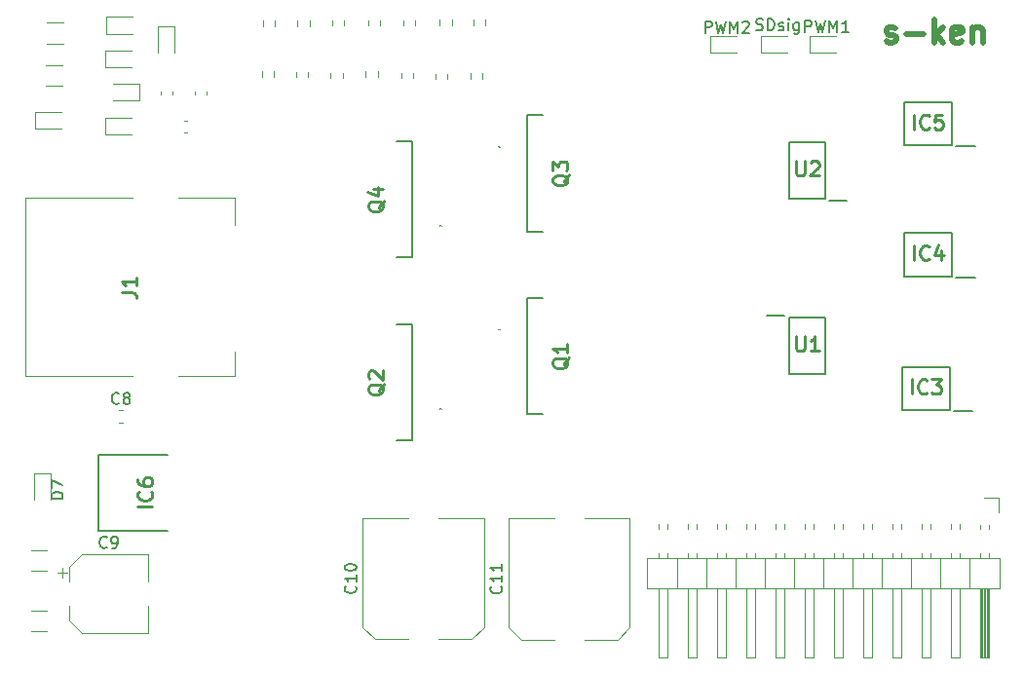
<source format=gbr>
%TF.GenerationSoftware,KiCad,Pcbnew,(7.0.0)*%
%TF.CreationDate,2023-02-15T20:10:10+09:00*%
%TF.ProjectId,_____,618744ac-c12e-46b6-9963-61645f706362,rev?*%
%TF.SameCoordinates,Original*%
%TF.FileFunction,Legend,Top*%
%TF.FilePolarity,Positive*%
%FSLAX46Y46*%
G04 Gerber Fmt 4.6, Leading zero omitted, Abs format (unit mm)*
G04 Created by KiCad (PCBNEW (7.0.0)) date 2023-02-15 20:10:10*
%MOMM*%
%LPD*%
G01*
G04 APERTURE LIST*
%ADD10C,0.500000*%
%ADD11C,0.254000*%
%ADD12C,0.150000*%
%ADD13C,0.120000*%
%ADD14C,0.200000*%
%ADD15C,0.100000*%
G04 APERTURE END LIST*
D10*
X101211904Y-38949523D02*
X101402380Y-39044761D01*
X101402380Y-39044761D02*
X101783332Y-39044761D01*
X101783332Y-39044761D02*
X101973809Y-38949523D01*
X101973809Y-38949523D02*
X102069047Y-38759047D01*
X102069047Y-38759047D02*
X102069047Y-38663809D01*
X102069047Y-38663809D02*
X101973809Y-38473333D01*
X101973809Y-38473333D02*
X101783332Y-38378095D01*
X101783332Y-38378095D02*
X101497618Y-38378095D01*
X101497618Y-38378095D02*
X101307142Y-38282857D01*
X101307142Y-38282857D02*
X101211904Y-38092380D01*
X101211904Y-38092380D02*
X101211904Y-37997142D01*
X101211904Y-37997142D02*
X101307142Y-37806666D01*
X101307142Y-37806666D02*
X101497618Y-37711428D01*
X101497618Y-37711428D02*
X101783332Y-37711428D01*
X101783332Y-37711428D02*
X101973809Y-37806666D01*
X102926190Y-38282857D02*
X104450000Y-38282857D01*
X105402380Y-39044761D02*
X105402380Y-37044761D01*
X105592856Y-38282857D02*
X106164285Y-39044761D01*
X106164285Y-37711428D02*
X105402380Y-38473333D01*
X107783333Y-38949523D02*
X107592857Y-39044761D01*
X107592857Y-39044761D02*
X107211904Y-39044761D01*
X107211904Y-39044761D02*
X107021428Y-38949523D01*
X107021428Y-38949523D02*
X106926190Y-38759047D01*
X106926190Y-38759047D02*
X106926190Y-37997142D01*
X106926190Y-37997142D02*
X107021428Y-37806666D01*
X107021428Y-37806666D02*
X107211904Y-37711428D01*
X107211904Y-37711428D02*
X107592857Y-37711428D01*
X107592857Y-37711428D02*
X107783333Y-37806666D01*
X107783333Y-37806666D02*
X107878571Y-37997142D01*
X107878571Y-37997142D02*
X107878571Y-38187619D01*
X107878571Y-38187619D02*
X106926190Y-38378095D01*
X108735714Y-37711428D02*
X108735714Y-39044761D01*
X108735714Y-37901904D02*
X108830952Y-37806666D01*
X108830952Y-37806666D02*
X109021428Y-37711428D01*
X109021428Y-37711428D02*
X109307143Y-37711428D01*
X109307143Y-37711428D02*
X109497619Y-37806666D01*
X109497619Y-37806666D02*
X109592857Y-37997142D01*
X109592857Y-37997142D02*
X109592857Y-39044761D01*
D11*
%TO.C,Q3*%
X73632526Y-50540952D02*
X73572050Y-50661904D01*
X73572050Y-50661904D02*
X73451097Y-50782857D01*
X73451097Y-50782857D02*
X73269669Y-50964285D01*
X73269669Y-50964285D02*
X73209192Y-51085238D01*
X73209192Y-51085238D02*
X73209192Y-51206190D01*
X73511573Y-51145714D02*
X73451097Y-51266666D01*
X73451097Y-51266666D02*
X73330145Y-51387619D01*
X73330145Y-51387619D02*
X73088240Y-51448095D01*
X73088240Y-51448095D02*
X72664907Y-51448095D01*
X72664907Y-51448095D02*
X72423002Y-51387619D01*
X72423002Y-51387619D02*
X72302050Y-51266666D01*
X72302050Y-51266666D02*
X72241573Y-51145714D01*
X72241573Y-51145714D02*
X72241573Y-50903809D01*
X72241573Y-50903809D02*
X72302050Y-50782857D01*
X72302050Y-50782857D02*
X72423002Y-50661904D01*
X72423002Y-50661904D02*
X72664907Y-50601428D01*
X72664907Y-50601428D02*
X73088240Y-50601428D01*
X73088240Y-50601428D02*
X73330145Y-50661904D01*
X73330145Y-50661904D02*
X73451097Y-50782857D01*
X73451097Y-50782857D02*
X73511573Y-50903809D01*
X73511573Y-50903809D02*
X73511573Y-51145714D01*
X72241573Y-50178095D02*
X72241573Y-49391904D01*
X72241573Y-49391904D02*
X72725383Y-49815238D01*
X72725383Y-49815238D02*
X72725383Y-49633809D01*
X72725383Y-49633809D02*
X72785859Y-49512857D01*
X72785859Y-49512857D02*
X72846335Y-49452381D01*
X72846335Y-49452381D02*
X72967288Y-49391904D01*
X72967288Y-49391904D02*
X73269669Y-49391904D01*
X73269669Y-49391904D02*
X73390621Y-49452381D01*
X73390621Y-49452381D02*
X73451097Y-49512857D01*
X73451097Y-49512857D02*
X73511573Y-49633809D01*
X73511573Y-49633809D02*
X73511573Y-49996666D01*
X73511573Y-49996666D02*
X73451097Y-50117619D01*
X73451097Y-50117619D02*
X73390621Y-50178095D01*
%TO.C,IC3*%
X103420237Y-69591573D02*
X103420237Y-68321573D01*
X104750714Y-69470621D02*
X104690238Y-69531097D01*
X104690238Y-69531097D02*
X104508809Y-69591573D01*
X104508809Y-69591573D02*
X104387857Y-69591573D01*
X104387857Y-69591573D02*
X104206428Y-69531097D01*
X104206428Y-69531097D02*
X104085476Y-69410145D01*
X104085476Y-69410145D02*
X104024999Y-69289192D01*
X104024999Y-69289192D02*
X103964523Y-69047288D01*
X103964523Y-69047288D02*
X103964523Y-68865859D01*
X103964523Y-68865859D02*
X104024999Y-68623954D01*
X104024999Y-68623954D02*
X104085476Y-68503002D01*
X104085476Y-68503002D02*
X104206428Y-68382050D01*
X104206428Y-68382050D02*
X104387857Y-68321573D01*
X104387857Y-68321573D02*
X104508809Y-68321573D01*
X104508809Y-68321573D02*
X104690238Y-68382050D01*
X104690238Y-68382050D02*
X104750714Y-68442526D01*
X105174047Y-68321573D02*
X105960238Y-68321573D01*
X105960238Y-68321573D02*
X105536904Y-68805383D01*
X105536904Y-68805383D02*
X105718333Y-68805383D01*
X105718333Y-68805383D02*
X105839285Y-68865859D01*
X105839285Y-68865859D02*
X105899761Y-68926335D01*
X105899761Y-68926335D02*
X105960238Y-69047288D01*
X105960238Y-69047288D02*
X105960238Y-69349669D01*
X105960238Y-69349669D02*
X105899761Y-69470621D01*
X105899761Y-69470621D02*
X105839285Y-69531097D01*
X105839285Y-69531097D02*
X105718333Y-69591573D01*
X105718333Y-69591573D02*
X105355476Y-69591573D01*
X105355476Y-69591573D02*
X105234523Y-69531097D01*
X105234523Y-69531097D02*
X105174047Y-69470621D01*
%TO.C,IC6*%
X37426573Y-79409762D02*
X36156573Y-79409762D01*
X37305621Y-78079285D02*
X37366097Y-78139761D01*
X37366097Y-78139761D02*
X37426573Y-78321190D01*
X37426573Y-78321190D02*
X37426573Y-78442142D01*
X37426573Y-78442142D02*
X37366097Y-78623571D01*
X37366097Y-78623571D02*
X37245145Y-78744523D01*
X37245145Y-78744523D02*
X37124192Y-78805000D01*
X37124192Y-78805000D02*
X36882288Y-78865476D01*
X36882288Y-78865476D02*
X36700859Y-78865476D01*
X36700859Y-78865476D02*
X36458954Y-78805000D01*
X36458954Y-78805000D02*
X36338002Y-78744523D01*
X36338002Y-78744523D02*
X36217050Y-78623571D01*
X36217050Y-78623571D02*
X36156573Y-78442142D01*
X36156573Y-78442142D02*
X36156573Y-78321190D01*
X36156573Y-78321190D02*
X36217050Y-78139761D01*
X36217050Y-78139761D02*
X36277526Y-78079285D01*
X36156573Y-76990714D02*
X36156573Y-77232619D01*
X36156573Y-77232619D02*
X36217050Y-77353571D01*
X36217050Y-77353571D02*
X36277526Y-77414047D01*
X36277526Y-77414047D02*
X36458954Y-77535000D01*
X36458954Y-77535000D02*
X36700859Y-77595476D01*
X36700859Y-77595476D02*
X37184669Y-77595476D01*
X37184669Y-77595476D02*
X37305621Y-77535000D01*
X37305621Y-77535000D02*
X37366097Y-77474523D01*
X37366097Y-77474523D02*
X37426573Y-77353571D01*
X37426573Y-77353571D02*
X37426573Y-77111666D01*
X37426573Y-77111666D02*
X37366097Y-76990714D01*
X37366097Y-76990714D02*
X37305621Y-76930238D01*
X37305621Y-76930238D02*
X37184669Y-76869761D01*
X37184669Y-76869761D02*
X36882288Y-76869761D01*
X36882288Y-76869761D02*
X36761335Y-76930238D01*
X36761335Y-76930238D02*
X36700859Y-76990714D01*
X36700859Y-76990714D02*
X36640383Y-77111666D01*
X36640383Y-77111666D02*
X36640383Y-77353571D01*
X36640383Y-77353571D02*
X36700859Y-77474523D01*
X36700859Y-77474523D02*
X36761335Y-77535000D01*
X36761335Y-77535000D02*
X36882288Y-77595476D01*
%TO.C,IC4*%
X103605237Y-57966573D02*
X103605237Y-56696573D01*
X104935714Y-57845621D02*
X104875238Y-57906097D01*
X104875238Y-57906097D02*
X104693809Y-57966573D01*
X104693809Y-57966573D02*
X104572857Y-57966573D01*
X104572857Y-57966573D02*
X104391428Y-57906097D01*
X104391428Y-57906097D02*
X104270476Y-57785145D01*
X104270476Y-57785145D02*
X104209999Y-57664192D01*
X104209999Y-57664192D02*
X104149523Y-57422288D01*
X104149523Y-57422288D02*
X104149523Y-57240859D01*
X104149523Y-57240859D02*
X104209999Y-56998954D01*
X104209999Y-56998954D02*
X104270476Y-56878002D01*
X104270476Y-56878002D02*
X104391428Y-56757050D01*
X104391428Y-56757050D02*
X104572857Y-56696573D01*
X104572857Y-56696573D02*
X104693809Y-56696573D01*
X104693809Y-56696573D02*
X104875238Y-56757050D01*
X104875238Y-56757050D02*
X104935714Y-56817526D01*
X106024285Y-57119907D02*
X106024285Y-57966573D01*
X105721904Y-56636097D02*
X105419523Y-57543240D01*
X105419523Y-57543240D02*
X106205714Y-57543240D01*
D12*
%TO.C,C8*%
X34533333Y-70392142D02*
X34485714Y-70439761D01*
X34485714Y-70439761D02*
X34342857Y-70487380D01*
X34342857Y-70487380D02*
X34247619Y-70487380D01*
X34247619Y-70487380D02*
X34104762Y-70439761D01*
X34104762Y-70439761D02*
X34009524Y-70344523D01*
X34009524Y-70344523D02*
X33961905Y-70249285D01*
X33961905Y-70249285D02*
X33914286Y-70058809D01*
X33914286Y-70058809D02*
X33914286Y-69915952D01*
X33914286Y-69915952D02*
X33961905Y-69725476D01*
X33961905Y-69725476D02*
X34009524Y-69630238D01*
X34009524Y-69630238D02*
X34104762Y-69535000D01*
X34104762Y-69535000D02*
X34247619Y-69487380D01*
X34247619Y-69487380D02*
X34342857Y-69487380D01*
X34342857Y-69487380D02*
X34485714Y-69535000D01*
X34485714Y-69535000D02*
X34533333Y-69582619D01*
X35104762Y-69915952D02*
X35009524Y-69868333D01*
X35009524Y-69868333D02*
X34961905Y-69820714D01*
X34961905Y-69820714D02*
X34914286Y-69725476D01*
X34914286Y-69725476D02*
X34914286Y-69677857D01*
X34914286Y-69677857D02*
X34961905Y-69582619D01*
X34961905Y-69582619D02*
X35009524Y-69535000D01*
X35009524Y-69535000D02*
X35104762Y-69487380D01*
X35104762Y-69487380D02*
X35295238Y-69487380D01*
X35295238Y-69487380D02*
X35390476Y-69535000D01*
X35390476Y-69535000D02*
X35438095Y-69582619D01*
X35438095Y-69582619D02*
X35485714Y-69677857D01*
X35485714Y-69677857D02*
X35485714Y-69725476D01*
X35485714Y-69725476D02*
X35438095Y-69820714D01*
X35438095Y-69820714D02*
X35390476Y-69868333D01*
X35390476Y-69868333D02*
X35295238Y-69915952D01*
X35295238Y-69915952D02*
X35104762Y-69915952D01*
X35104762Y-69915952D02*
X35009524Y-69963571D01*
X35009524Y-69963571D02*
X34961905Y-70011190D01*
X34961905Y-70011190D02*
X34914286Y-70106428D01*
X34914286Y-70106428D02*
X34914286Y-70296904D01*
X34914286Y-70296904D02*
X34961905Y-70392142D01*
X34961905Y-70392142D02*
X35009524Y-70439761D01*
X35009524Y-70439761D02*
X35104762Y-70487380D01*
X35104762Y-70487380D02*
X35295238Y-70487380D01*
X35295238Y-70487380D02*
X35390476Y-70439761D01*
X35390476Y-70439761D02*
X35438095Y-70392142D01*
X35438095Y-70392142D02*
X35485714Y-70296904D01*
X35485714Y-70296904D02*
X35485714Y-70106428D01*
X35485714Y-70106428D02*
X35438095Y-70011190D01*
X35438095Y-70011190D02*
X35390476Y-69963571D01*
X35390476Y-69963571D02*
X35295238Y-69915952D01*
%TO.C,D9*%
X85496548Y-38197380D02*
X85496548Y-37197380D01*
X85496548Y-37197380D02*
X85877500Y-37197380D01*
X85877500Y-37197380D02*
X85972738Y-37245000D01*
X85972738Y-37245000D02*
X86020357Y-37292619D01*
X86020357Y-37292619D02*
X86067976Y-37387857D01*
X86067976Y-37387857D02*
X86067976Y-37530714D01*
X86067976Y-37530714D02*
X86020357Y-37625952D01*
X86020357Y-37625952D02*
X85972738Y-37673571D01*
X85972738Y-37673571D02*
X85877500Y-37721190D01*
X85877500Y-37721190D02*
X85496548Y-37721190D01*
X86401310Y-37197380D02*
X86639405Y-38197380D01*
X86639405Y-38197380D02*
X86829881Y-37483095D01*
X86829881Y-37483095D02*
X87020357Y-38197380D01*
X87020357Y-38197380D02*
X87258453Y-37197380D01*
X87639405Y-38197380D02*
X87639405Y-37197380D01*
X87639405Y-37197380D02*
X87972738Y-37911666D01*
X87972738Y-37911666D02*
X88306071Y-37197380D01*
X88306071Y-37197380D02*
X88306071Y-38197380D01*
X88734643Y-37292619D02*
X88782262Y-37245000D01*
X88782262Y-37245000D02*
X88877500Y-37197380D01*
X88877500Y-37197380D02*
X89115595Y-37197380D01*
X89115595Y-37197380D02*
X89210833Y-37245000D01*
X89210833Y-37245000D02*
X89258452Y-37292619D01*
X89258452Y-37292619D02*
X89306071Y-37387857D01*
X89306071Y-37387857D02*
X89306071Y-37483095D01*
X89306071Y-37483095D02*
X89258452Y-37625952D01*
X89258452Y-37625952D02*
X88687024Y-38197380D01*
X88687024Y-38197380D02*
X89306071Y-38197380D01*
%TO.C,D10*%
X94146548Y-38137380D02*
X94146548Y-37137380D01*
X94146548Y-37137380D02*
X94527500Y-37137380D01*
X94527500Y-37137380D02*
X94622738Y-37185000D01*
X94622738Y-37185000D02*
X94670357Y-37232619D01*
X94670357Y-37232619D02*
X94717976Y-37327857D01*
X94717976Y-37327857D02*
X94717976Y-37470714D01*
X94717976Y-37470714D02*
X94670357Y-37565952D01*
X94670357Y-37565952D02*
X94622738Y-37613571D01*
X94622738Y-37613571D02*
X94527500Y-37661190D01*
X94527500Y-37661190D02*
X94146548Y-37661190D01*
X95051310Y-37137380D02*
X95289405Y-38137380D01*
X95289405Y-38137380D02*
X95479881Y-37423095D01*
X95479881Y-37423095D02*
X95670357Y-38137380D01*
X95670357Y-38137380D02*
X95908453Y-37137380D01*
X96289405Y-38137380D02*
X96289405Y-37137380D01*
X96289405Y-37137380D02*
X96622738Y-37851666D01*
X96622738Y-37851666D02*
X96956071Y-37137380D01*
X96956071Y-37137380D02*
X96956071Y-38137380D01*
X97956071Y-38137380D02*
X97384643Y-38137380D01*
X97670357Y-38137380D02*
X97670357Y-37137380D01*
X97670357Y-37137380D02*
X97575119Y-37280238D01*
X97575119Y-37280238D02*
X97479881Y-37375476D01*
X97479881Y-37375476D02*
X97384643Y-37423095D01*
D11*
%TO.C,Q2*%
X57577526Y-68700952D02*
X57517050Y-68821904D01*
X57517050Y-68821904D02*
X57396097Y-68942857D01*
X57396097Y-68942857D02*
X57214669Y-69124285D01*
X57214669Y-69124285D02*
X57154192Y-69245238D01*
X57154192Y-69245238D02*
X57154192Y-69366190D01*
X57456573Y-69305714D02*
X57396097Y-69426666D01*
X57396097Y-69426666D02*
X57275145Y-69547619D01*
X57275145Y-69547619D02*
X57033240Y-69608095D01*
X57033240Y-69608095D02*
X56609907Y-69608095D01*
X56609907Y-69608095D02*
X56368002Y-69547619D01*
X56368002Y-69547619D02*
X56247050Y-69426666D01*
X56247050Y-69426666D02*
X56186573Y-69305714D01*
X56186573Y-69305714D02*
X56186573Y-69063809D01*
X56186573Y-69063809D02*
X56247050Y-68942857D01*
X56247050Y-68942857D02*
X56368002Y-68821904D01*
X56368002Y-68821904D02*
X56609907Y-68761428D01*
X56609907Y-68761428D02*
X57033240Y-68761428D01*
X57033240Y-68761428D02*
X57275145Y-68821904D01*
X57275145Y-68821904D02*
X57396097Y-68942857D01*
X57396097Y-68942857D02*
X57456573Y-69063809D01*
X57456573Y-69063809D02*
X57456573Y-69305714D01*
X56307526Y-68277619D02*
X56247050Y-68217143D01*
X56247050Y-68217143D02*
X56186573Y-68096190D01*
X56186573Y-68096190D02*
X56186573Y-67793809D01*
X56186573Y-67793809D02*
X56247050Y-67672857D01*
X56247050Y-67672857D02*
X56307526Y-67612381D01*
X56307526Y-67612381D02*
X56428478Y-67551904D01*
X56428478Y-67551904D02*
X56549430Y-67551904D01*
X56549430Y-67551904D02*
X56730859Y-67612381D01*
X56730859Y-67612381D02*
X57456573Y-68338095D01*
X57456573Y-68338095D02*
X57456573Y-67551904D01*
D12*
%TO.C,D7*%
X29657380Y-78688094D02*
X28657380Y-78688094D01*
X28657380Y-78688094D02*
X28657380Y-78449999D01*
X28657380Y-78449999D02*
X28705000Y-78307142D01*
X28705000Y-78307142D02*
X28800238Y-78211904D01*
X28800238Y-78211904D02*
X28895476Y-78164285D01*
X28895476Y-78164285D02*
X29085952Y-78116666D01*
X29085952Y-78116666D02*
X29228809Y-78116666D01*
X29228809Y-78116666D02*
X29419285Y-78164285D01*
X29419285Y-78164285D02*
X29514523Y-78211904D01*
X29514523Y-78211904D02*
X29609761Y-78307142D01*
X29609761Y-78307142D02*
X29657380Y-78449999D01*
X29657380Y-78449999D02*
X29657380Y-78688094D01*
X28657380Y-77783332D02*
X28657380Y-77116666D01*
X28657380Y-77116666D02*
X29657380Y-77545237D01*
D11*
%TO.C,U2*%
X93372380Y-49361573D02*
X93372380Y-50389669D01*
X93372380Y-50389669D02*
X93432857Y-50510621D01*
X93432857Y-50510621D02*
X93493333Y-50571097D01*
X93493333Y-50571097D02*
X93614285Y-50631573D01*
X93614285Y-50631573D02*
X93856190Y-50631573D01*
X93856190Y-50631573D02*
X93977142Y-50571097D01*
X93977142Y-50571097D02*
X94037619Y-50510621D01*
X94037619Y-50510621D02*
X94098095Y-50389669D01*
X94098095Y-50389669D02*
X94098095Y-49361573D01*
X94642380Y-49482526D02*
X94702856Y-49422050D01*
X94702856Y-49422050D02*
X94823809Y-49361573D01*
X94823809Y-49361573D02*
X95126190Y-49361573D01*
X95126190Y-49361573D02*
X95247142Y-49422050D01*
X95247142Y-49422050D02*
X95307618Y-49482526D01*
X95307618Y-49482526D02*
X95368095Y-49603478D01*
X95368095Y-49603478D02*
X95368095Y-49724430D01*
X95368095Y-49724430D02*
X95307618Y-49905859D01*
X95307618Y-49905859D02*
X94581904Y-50631573D01*
X94581904Y-50631573D02*
X95368095Y-50631573D01*
D12*
%TO.C,D8*%
X89909048Y-37939761D02*
X90051905Y-37987380D01*
X90051905Y-37987380D02*
X90290000Y-37987380D01*
X90290000Y-37987380D02*
X90385238Y-37939761D01*
X90385238Y-37939761D02*
X90432857Y-37892142D01*
X90432857Y-37892142D02*
X90480476Y-37796904D01*
X90480476Y-37796904D02*
X90480476Y-37701666D01*
X90480476Y-37701666D02*
X90432857Y-37606428D01*
X90432857Y-37606428D02*
X90385238Y-37558809D01*
X90385238Y-37558809D02*
X90290000Y-37511190D01*
X90290000Y-37511190D02*
X90099524Y-37463571D01*
X90099524Y-37463571D02*
X90004286Y-37415952D01*
X90004286Y-37415952D02*
X89956667Y-37368333D01*
X89956667Y-37368333D02*
X89909048Y-37273095D01*
X89909048Y-37273095D02*
X89909048Y-37177857D01*
X89909048Y-37177857D02*
X89956667Y-37082619D01*
X89956667Y-37082619D02*
X90004286Y-37035000D01*
X90004286Y-37035000D02*
X90099524Y-36987380D01*
X90099524Y-36987380D02*
X90337619Y-36987380D01*
X90337619Y-36987380D02*
X90480476Y-37035000D01*
X90909048Y-37987380D02*
X90909048Y-36987380D01*
X90909048Y-36987380D02*
X91147143Y-36987380D01*
X91147143Y-36987380D02*
X91290000Y-37035000D01*
X91290000Y-37035000D02*
X91385238Y-37130238D01*
X91385238Y-37130238D02*
X91432857Y-37225476D01*
X91432857Y-37225476D02*
X91480476Y-37415952D01*
X91480476Y-37415952D02*
X91480476Y-37558809D01*
X91480476Y-37558809D02*
X91432857Y-37749285D01*
X91432857Y-37749285D02*
X91385238Y-37844523D01*
X91385238Y-37844523D02*
X91290000Y-37939761D01*
X91290000Y-37939761D02*
X91147143Y-37987380D01*
X91147143Y-37987380D02*
X90909048Y-37987380D01*
X91861429Y-37939761D02*
X91956667Y-37987380D01*
X91956667Y-37987380D02*
X92147143Y-37987380D01*
X92147143Y-37987380D02*
X92242381Y-37939761D01*
X92242381Y-37939761D02*
X92290000Y-37844523D01*
X92290000Y-37844523D02*
X92290000Y-37796904D01*
X92290000Y-37796904D02*
X92242381Y-37701666D01*
X92242381Y-37701666D02*
X92147143Y-37654047D01*
X92147143Y-37654047D02*
X92004286Y-37654047D01*
X92004286Y-37654047D02*
X91909048Y-37606428D01*
X91909048Y-37606428D02*
X91861429Y-37511190D01*
X91861429Y-37511190D02*
X91861429Y-37463571D01*
X91861429Y-37463571D02*
X91909048Y-37368333D01*
X91909048Y-37368333D02*
X92004286Y-37320714D01*
X92004286Y-37320714D02*
X92147143Y-37320714D01*
X92147143Y-37320714D02*
X92242381Y-37368333D01*
X92718572Y-37987380D02*
X92718572Y-37320714D01*
X92718572Y-36987380D02*
X92670953Y-37035000D01*
X92670953Y-37035000D02*
X92718572Y-37082619D01*
X92718572Y-37082619D02*
X92766191Y-37035000D01*
X92766191Y-37035000D02*
X92718572Y-36987380D01*
X92718572Y-36987380D02*
X92718572Y-37082619D01*
X93623333Y-37320714D02*
X93623333Y-38130238D01*
X93623333Y-38130238D02*
X93575714Y-38225476D01*
X93575714Y-38225476D02*
X93528095Y-38273095D01*
X93528095Y-38273095D02*
X93432857Y-38320714D01*
X93432857Y-38320714D02*
X93290000Y-38320714D01*
X93290000Y-38320714D02*
X93194762Y-38273095D01*
X93623333Y-37939761D02*
X93528095Y-37987380D01*
X93528095Y-37987380D02*
X93337619Y-37987380D01*
X93337619Y-37987380D02*
X93242381Y-37939761D01*
X93242381Y-37939761D02*
X93194762Y-37892142D01*
X93194762Y-37892142D02*
X93147143Y-37796904D01*
X93147143Y-37796904D02*
X93147143Y-37511190D01*
X93147143Y-37511190D02*
X93194762Y-37415952D01*
X93194762Y-37415952D02*
X93242381Y-37368333D01*
X93242381Y-37368333D02*
X93337619Y-37320714D01*
X93337619Y-37320714D02*
X93528095Y-37320714D01*
X93528095Y-37320714D02*
X93623333Y-37368333D01*
D11*
%TO.C,Q1*%
X73622526Y-66420952D02*
X73562050Y-66541904D01*
X73562050Y-66541904D02*
X73441097Y-66662857D01*
X73441097Y-66662857D02*
X73259669Y-66844285D01*
X73259669Y-66844285D02*
X73199192Y-66965238D01*
X73199192Y-66965238D02*
X73199192Y-67086190D01*
X73501573Y-67025714D02*
X73441097Y-67146666D01*
X73441097Y-67146666D02*
X73320145Y-67267619D01*
X73320145Y-67267619D02*
X73078240Y-67328095D01*
X73078240Y-67328095D02*
X72654907Y-67328095D01*
X72654907Y-67328095D02*
X72413002Y-67267619D01*
X72413002Y-67267619D02*
X72292050Y-67146666D01*
X72292050Y-67146666D02*
X72231573Y-67025714D01*
X72231573Y-67025714D02*
X72231573Y-66783809D01*
X72231573Y-66783809D02*
X72292050Y-66662857D01*
X72292050Y-66662857D02*
X72413002Y-66541904D01*
X72413002Y-66541904D02*
X72654907Y-66481428D01*
X72654907Y-66481428D02*
X73078240Y-66481428D01*
X73078240Y-66481428D02*
X73320145Y-66541904D01*
X73320145Y-66541904D02*
X73441097Y-66662857D01*
X73441097Y-66662857D02*
X73501573Y-66783809D01*
X73501573Y-66783809D02*
X73501573Y-67025714D01*
X73501573Y-65271904D02*
X73501573Y-65997619D01*
X73501573Y-65634762D02*
X72231573Y-65634762D01*
X72231573Y-65634762D02*
X72413002Y-65755714D01*
X72413002Y-65755714D02*
X72533954Y-65876666D01*
X72533954Y-65876666D02*
X72594430Y-65997619D01*
%TO.C,Q4*%
X57582526Y-52790952D02*
X57522050Y-52911904D01*
X57522050Y-52911904D02*
X57401097Y-53032857D01*
X57401097Y-53032857D02*
X57219669Y-53214285D01*
X57219669Y-53214285D02*
X57159192Y-53335238D01*
X57159192Y-53335238D02*
X57159192Y-53456190D01*
X57461573Y-53395714D02*
X57401097Y-53516666D01*
X57401097Y-53516666D02*
X57280145Y-53637619D01*
X57280145Y-53637619D02*
X57038240Y-53698095D01*
X57038240Y-53698095D02*
X56614907Y-53698095D01*
X56614907Y-53698095D02*
X56373002Y-53637619D01*
X56373002Y-53637619D02*
X56252050Y-53516666D01*
X56252050Y-53516666D02*
X56191573Y-53395714D01*
X56191573Y-53395714D02*
X56191573Y-53153809D01*
X56191573Y-53153809D02*
X56252050Y-53032857D01*
X56252050Y-53032857D02*
X56373002Y-52911904D01*
X56373002Y-52911904D02*
X56614907Y-52851428D01*
X56614907Y-52851428D02*
X57038240Y-52851428D01*
X57038240Y-52851428D02*
X57280145Y-52911904D01*
X57280145Y-52911904D02*
X57401097Y-53032857D01*
X57401097Y-53032857D02*
X57461573Y-53153809D01*
X57461573Y-53153809D02*
X57461573Y-53395714D01*
X56614907Y-51762857D02*
X57461573Y-51762857D01*
X56131097Y-52065238D02*
X57038240Y-52367619D01*
X57038240Y-52367619D02*
X57038240Y-51581428D01*
%TO.C,IC5*%
X103605237Y-46591573D02*
X103605237Y-45321573D01*
X104935714Y-46470621D02*
X104875238Y-46531097D01*
X104875238Y-46531097D02*
X104693809Y-46591573D01*
X104693809Y-46591573D02*
X104572857Y-46591573D01*
X104572857Y-46591573D02*
X104391428Y-46531097D01*
X104391428Y-46531097D02*
X104270476Y-46410145D01*
X104270476Y-46410145D02*
X104209999Y-46289192D01*
X104209999Y-46289192D02*
X104149523Y-46047288D01*
X104149523Y-46047288D02*
X104149523Y-45865859D01*
X104149523Y-45865859D02*
X104209999Y-45623954D01*
X104209999Y-45623954D02*
X104270476Y-45503002D01*
X104270476Y-45503002D02*
X104391428Y-45382050D01*
X104391428Y-45382050D02*
X104572857Y-45321573D01*
X104572857Y-45321573D02*
X104693809Y-45321573D01*
X104693809Y-45321573D02*
X104875238Y-45382050D01*
X104875238Y-45382050D02*
X104935714Y-45442526D01*
X106084761Y-45321573D02*
X105479999Y-45321573D01*
X105479999Y-45321573D02*
X105419523Y-45926335D01*
X105419523Y-45926335D02*
X105479999Y-45865859D01*
X105479999Y-45865859D02*
X105600952Y-45805383D01*
X105600952Y-45805383D02*
X105903333Y-45805383D01*
X105903333Y-45805383D02*
X106024285Y-45865859D01*
X106024285Y-45865859D02*
X106084761Y-45926335D01*
X106084761Y-45926335D02*
X106145238Y-46047288D01*
X106145238Y-46047288D02*
X106145238Y-46349669D01*
X106145238Y-46349669D02*
X106084761Y-46470621D01*
X106084761Y-46470621D02*
X106024285Y-46531097D01*
X106024285Y-46531097D02*
X105903333Y-46591573D01*
X105903333Y-46591573D02*
X105600952Y-46591573D01*
X105600952Y-46591573D02*
X105479999Y-46531097D01*
X105479999Y-46531097D02*
X105419523Y-46470621D01*
%TO.C,U1*%
X93372380Y-64601573D02*
X93372380Y-65629669D01*
X93372380Y-65629669D02*
X93432857Y-65750621D01*
X93432857Y-65750621D02*
X93493333Y-65811097D01*
X93493333Y-65811097D02*
X93614285Y-65871573D01*
X93614285Y-65871573D02*
X93856190Y-65871573D01*
X93856190Y-65871573D02*
X93977142Y-65811097D01*
X93977142Y-65811097D02*
X94037619Y-65750621D01*
X94037619Y-65750621D02*
X94098095Y-65629669D01*
X94098095Y-65629669D02*
X94098095Y-64601573D01*
X95368095Y-65871573D02*
X94642380Y-65871573D01*
X95005237Y-65871573D02*
X95005237Y-64601573D01*
X95005237Y-64601573D02*
X94884285Y-64783002D01*
X94884285Y-64783002D02*
X94763333Y-64903954D01*
X94763333Y-64903954D02*
X94642380Y-64964430D01*
D12*
%TO.C,C11*%
X67732142Y-86322857D02*
X67779761Y-86370476D01*
X67779761Y-86370476D02*
X67827380Y-86513333D01*
X67827380Y-86513333D02*
X67827380Y-86608571D01*
X67827380Y-86608571D02*
X67779761Y-86751428D01*
X67779761Y-86751428D02*
X67684523Y-86846666D01*
X67684523Y-86846666D02*
X67589285Y-86894285D01*
X67589285Y-86894285D02*
X67398809Y-86941904D01*
X67398809Y-86941904D02*
X67255952Y-86941904D01*
X67255952Y-86941904D02*
X67065476Y-86894285D01*
X67065476Y-86894285D02*
X66970238Y-86846666D01*
X66970238Y-86846666D02*
X66875000Y-86751428D01*
X66875000Y-86751428D02*
X66827380Y-86608571D01*
X66827380Y-86608571D02*
X66827380Y-86513333D01*
X66827380Y-86513333D02*
X66875000Y-86370476D01*
X66875000Y-86370476D02*
X66922619Y-86322857D01*
X67827380Y-85370476D02*
X67827380Y-85941904D01*
X67827380Y-85656190D02*
X66827380Y-85656190D01*
X66827380Y-85656190D02*
X66970238Y-85751428D01*
X66970238Y-85751428D02*
X67065476Y-85846666D01*
X67065476Y-85846666D02*
X67113095Y-85941904D01*
X67827380Y-84418095D02*
X67827380Y-84989523D01*
X67827380Y-84703809D02*
X66827380Y-84703809D01*
X66827380Y-84703809D02*
X66970238Y-84799047D01*
X66970238Y-84799047D02*
X67065476Y-84894285D01*
X67065476Y-84894285D02*
X67113095Y-84989523D01*
%TO.C,C10*%
X55062142Y-86292857D02*
X55109761Y-86340476D01*
X55109761Y-86340476D02*
X55157380Y-86483333D01*
X55157380Y-86483333D02*
X55157380Y-86578571D01*
X55157380Y-86578571D02*
X55109761Y-86721428D01*
X55109761Y-86721428D02*
X55014523Y-86816666D01*
X55014523Y-86816666D02*
X54919285Y-86864285D01*
X54919285Y-86864285D02*
X54728809Y-86911904D01*
X54728809Y-86911904D02*
X54585952Y-86911904D01*
X54585952Y-86911904D02*
X54395476Y-86864285D01*
X54395476Y-86864285D02*
X54300238Y-86816666D01*
X54300238Y-86816666D02*
X54205000Y-86721428D01*
X54205000Y-86721428D02*
X54157380Y-86578571D01*
X54157380Y-86578571D02*
X54157380Y-86483333D01*
X54157380Y-86483333D02*
X54205000Y-86340476D01*
X54205000Y-86340476D02*
X54252619Y-86292857D01*
X55157380Y-85340476D02*
X55157380Y-85911904D01*
X55157380Y-85626190D02*
X54157380Y-85626190D01*
X54157380Y-85626190D02*
X54300238Y-85721428D01*
X54300238Y-85721428D02*
X54395476Y-85816666D01*
X54395476Y-85816666D02*
X54443095Y-85911904D01*
X54157380Y-84721428D02*
X54157380Y-84626190D01*
X54157380Y-84626190D02*
X54205000Y-84530952D01*
X54205000Y-84530952D02*
X54252619Y-84483333D01*
X54252619Y-84483333D02*
X54347857Y-84435714D01*
X54347857Y-84435714D02*
X54538333Y-84388095D01*
X54538333Y-84388095D02*
X54776428Y-84388095D01*
X54776428Y-84388095D02*
X54966904Y-84435714D01*
X54966904Y-84435714D02*
X55062142Y-84483333D01*
X55062142Y-84483333D02*
X55109761Y-84530952D01*
X55109761Y-84530952D02*
X55157380Y-84626190D01*
X55157380Y-84626190D02*
X55157380Y-84721428D01*
X55157380Y-84721428D02*
X55109761Y-84816666D01*
X55109761Y-84816666D02*
X55062142Y-84864285D01*
X55062142Y-84864285D02*
X54966904Y-84911904D01*
X54966904Y-84911904D02*
X54776428Y-84959523D01*
X54776428Y-84959523D02*
X54538333Y-84959523D01*
X54538333Y-84959523D02*
X54347857Y-84911904D01*
X54347857Y-84911904D02*
X54252619Y-84864285D01*
X54252619Y-84864285D02*
X54205000Y-84816666D01*
X54205000Y-84816666D02*
X54157380Y-84721428D01*
%TO.C,C9*%
X33483333Y-82902142D02*
X33435714Y-82949761D01*
X33435714Y-82949761D02*
X33292857Y-82997380D01*
X33292857Y-82997380D02*
X33197619Y-82997380D01*
X33197619Y-82997380D02*
X33054762Y-82949761D01*
X33054762Y-82949761D02*
X32959524Y-82854523D01*
X32959524Y-82854523D02*
X32911905Y-82759285D01*
X32911905Y-82759285D02*
X32864286Y-82568809D01*
X32864286Y-82568809D02*
X32864286Y-82425952D01*
X32864286Y-82425952D02*
X32911905Y-82235476D01*
X32911905Y-82235476D02*
X32959524Y-82140238D01*
X32959524Y-82140238D02*
X33054762Y-82045000D01*
X33054762Y-82045000D02*
X33197619Y-81997380D01*
X33197619Y-81997380D02*
X33292857Y-81997380D01*
X33292857Y-81997380D02*
X33435714Y-82045000D01*
X33435714Y-82045000D02*
X33483333Y-82092619D01*
X33959524Y-82997380D02*
X34150000Y-82997380D01*
X34150000Y-82997380D02*
X34245238Y-82949761D01*
X34245238Y-82949761D02*
X34292857Y-82902142D01*
X34292857Y-82902142D02*
X34388095Y-82759285D01*
X34388095Y-82759285D02*
X34435714Y-82568809D01*
X34435714Y-82568809D02*
X34435714Y-82187857D01*
X34435714Y-82187857D02*
X34388095Y-82092619D01*
X34388095Y-82092619D02*
X34340476Y-82045000D01*
X34340476Y-82045000D02*
X34245238Y-81997380D01*
X34245238Y-81997380D02*
X34054762Y-81997380D01*
X34054762Y-81997380D02*
X33959524Y-82045000D01*
X33959524Y-82045000D02*
X33911905Y-82092619D01*
X33911905Y-82092619D02*
X33864286Y-82187857D01*
X33864286Y-82187857D02*
X33864286Y-82425952D01*
X33864286Y-82425952D02*
X33911905Y-82521190D01*
X33911905Y-82521190D02*
X33959524Y-82568809D01*
X33959524Y-82568809D02*
X34054762Y-82616428D01*
X34054762Y-82616428D02*
X34245238Y-82616428D01*
X34245238Y-82616428D02*
X34340476Y-82568809D01*
X34340476Y-82568809D02*
X34388095Y-82521190D01*
X34388095Y-82521190D02*
X34435714Y-82425952D01*
D11*
%TO.C,J1*%
X34753573Y-60748332D02*
X35660716Y-60748332D01*
X35660716Y-60748332D02*
X35842145Y-60808809D01*
X35842145Y-60808809D02*
X35963097Y-60929761D01*
X35963097Y-60929761D02*
X36023573Y-61111190D01*
X36023573Y-61111190D02*
X36023573Y-61232142D01*
X36023573Y-59478332D02*
X36023573Y-60204047D01*
X36023573Y-59841190D02*
X34753573Y-59841190D01*
X34753573Y-59841190D02*
X34935002Y-59962142D01*
X34935002Y-59962142D02*
X35055954Y-60083094D01*
X35055954Y-60083094D02*
X35116430Y-60204047D01*
D13*
%TO.C,R1*%
X47047500Y-37617258D02*
X47047500Y-37142742D01*
X48092500Y-37617258D02*
X48092500Y-37142742D01*
%TO.C,C7*%
X41097500Y-43580580D02*
X41097500Y-43299420D01*
X42117500Y-43580580D02*
X42117500Y-43299420D01*
D14*
%TO.C,Q3*%
X71345000Y-45370000D02*
X70045000Y-45370000D01*
X70045000Y-45370000D02*
X70045000Y-55470000D01*
D15*
X67620000Y-48120000D02*
X67620000Y-48120000D01*
X67520000Y-48120000D02*
X67520000Y-48120000D01*
D14*
X70045000Y-55470000D02*
X71345000Y-55470000D01*
D15*
X67520000Y-48120000D02*
G75*
G03*
X67620000Y-48120000I50000J0D01*
G01*
X67620000Y-48120000D02*
G75*
G03*
X67520000Y-48120000I-50000J0D01*
G01*
D13*
%TO.C,J2*%
X110995000Y-78580000D02*
X110995000Y-79850000D01*
X109725000Y-78580000D02*
X110995000Y-78580000D01*
X107565000Y-80892929D02*
X107565000Y-81347071D01*
X106805000Y-80892929D02*
X106805000Y-81347071D01*
X105025000Y-80892929D02*
X105025000Y-81347071D01*
X104265000Y-80892929D02*
X104265000Y-81347071D01*
X102485000Y-80892929D02*
X102485000Y-81347071D01*
X101725000Y-80892929D02*
X101725000Y-81347071D01*
X99945000Y-80892929D02*
X99945000Y-81347071D01*
X99185000Y-80892929D02*
X99185000Y-81347071D01*
X97405000Y-80892929D02*
X97405000Y-81347071D01*
X96645000Y-80892929D02*
X96645000Y-81347071D01*
X94865000Y-80892929D02*
X94865000Y-81347071D01*
X94105000Y-80892929D02*
X94105000Y-81347071D01*
X92325000Y-80892929D02*
X92325000Y-81347071D01*
X91565000Y-80892929D02*
X91565000Y-81347071D01*
X89785000Y-80892929D02*
X89785000Y-81347071D01*
X89025000Y-80892929D02*
X89025000Y-81347071D01*
X87245000Y-80892929D02*
X87245000Y-81347071D01*
X86485000Y-80892929D02*
X86485000Y-81347071D01*
X84705000Y-80892929D02*
X84705000Y-81347071D01*
X83945000Y-80892929D02*
X83945000Y-81347071D01*
X82165000Y-80892929D02*
X82165000Y-81347071D01*
X81405000Y-80892929D02*
X81405000Y-81347071D01*
X110105000Y-80960000D02*
X110105000Y-81347071D01*
X109345000Y-80960000D02*
X109345000Y-81347071D01*
X110105000Y-83432929D02*
X110105000Y-83830000D01*
X109345000Y-83432929D02*
X109345000Y-83830000D01*
X107565000Y-83432929D02*
X107565000Y-83830000D01*
X106805000Y-83432929D02*
X106805000Y-83830000D01*
X105025000Y-83432929D02*
X105025000Y-83830000D01*
X104265000Y-83432929D02*
X104265000Y-83830000D01*
X102485000Y-83432929D02*
X102485000Y-83830000D01*
X101725000Y-83432929D02*
X101725000Y-83830000D01*
X99945000Y-83432929D02*
X99945000Y-83830000D01*
X99185000Y-83432929D02*
X99185000Y-83830000D01*
X97405000Y-83432929D02*
X97405000Y-83830000D01*
X96645000Y-83432929D02*
X96645000Y-83830000D01*
X94865000Y-83432929D02*
X94865000Y-83830000D01*
X94105000Y-83432929D02*
X94105000Y-83830000D01*
X92325000Y-83432929D02*
X92325000Y-83830000D01*
X91565000Y-83432929D02*
X91565000Y-83830000D01*
X89785000Y-83432929D02*
X89785000Y-83830000D01*
X89025000Y-83432929D02*
X89025000Y-83830000D01*
X87245000Y-83432929D02*
X87245000Y-83830000D01*
X86485000Y-83432929D02*
X86485000Y-83830000D01*
X84705000Y-83432929D02*
X84705000Y-83830000D01*
X83945000Y-83432929D02*
X83945000Y-83830000D01*
X82165000Y-83432929D02*
X82165000Y-83830000D01*
X81405000Y-83432929D02*
X81405000Y-83830000D01*
X111055000Y-83830000D02*
X80455000Y-83830000D01*
X108455000Y-83830000D02*
X108455000Y-86490000D01*
X105915000Y-83830000D02*
X105915000Y-86490000D01*
X103375000Y-83830000D02*
X103375000Y-86490000D01*
X100835000Y-83830000D02*
X100835000Y-86490000D01*
X98295000Y-83830000D02*
X98295000Y-86490000D01*
X95755000Y-83830000D02*
X95755000Y-86490000D01*
X93215000Y-83830000D02*
X93215000Y-86490000D01*
X90675000Y-83830000D02*
X90675000Y-86490000D01*
X88135000Y-83830000D02*
X88135000Y-86490000D01*
X85595000Y-83830000D02*
X85595000Y-86490000D01*
X83055000Y-83830000D02*
X83055000Y-86490000D01*
X80455000Y-83830000D02*
X80455000Y-86490000D01*
X111055000Y-86490000D02*
X111055000Y-83830000D01*
X110105000Y-86490000D02*
X110105000Y-92490000D01*
X110045000Y-86490000D02*
X110045000Y-92490000D01*
X109925000Y-86490000D02*
X109925000Y-92490000D01*
X109805000Y-86490000D02*
X109805000Y-92490000D01*
X109685000Y-86490000D02*
X109685000Y-92490000D01*
X109565000Y-86490000D02*
X109565000Y-92490000D01*
X109445000Y-86490000D02*
X109445000Y-92490000D01*
X107565000Y-86490000D02*
X107565000Y-92490000D01*
X105025000Y-86490000D02*
X105025000Y-92490000D01*
X102485000Y-86490000D02*
X102485000Y-92490000D01*
X99945000Y-86490000D02*
X99945000Y-92490000D01*
X97405000Y-86490000D02*
X97405000Y-92490000D01*
X94865000Y-86490000D02*
X94865000Y-92490000D01*
X92325000Y-86490000D02*
X92325000Y-92490000D01*
X89785000Y-86490000D02*
X89785000Y-92490000D01*
X87245000Y-86490000D02*
X87245000Y-92490000D01*
X84705000Y-86490000D02*
X84705000Y-92490000D01*
X82165000Y-86490000D02*
X82165000Y-92490000D01*
X80455000Y-86490000D02*
X111055000Y-86490000D01*
X110105000Y-92490000D02*
X109345000Y-92490000D01*
X109345000Y-92490000D02*
X109345000Y-86490000D01*
X107565000Y-92490000D02*
X106805000Y-92490000D01*
X106805000Y-92490000D02*
X106805000Y-86490000D01*
X105025000Y-92490000D02*
X104265000Y-92490000D01*
X104265000Y-92490000D02*
X104265000Y-86490000D01*
X102485000Y-92490000D02*
X101725000Y-92490000D01*
X101725000Y-92490000D02*
X101725000Y-86490000D01*
X99945000Y-92490000D02*
X99185000Y-92490000D01*
X99185000Y-92490000D02*
X99185000Y-86490000D01*
X97405000Y-92490000D02*
X96645000Y-92490000D01*
X96645000Y-92490000D02*
X96645000Y-86490000D01*
X94865000Y-92490000D02*
X94105000Y-92490000D01*
X94105000Y-92490000D02*
X94105000Y-86490000D01*
X92325000Y-92490000D02*
X91565000Y-92490000D01*
X91565000Y-92490000D02*
X91565000Y-86490000D01*
X89785000Y-92490000D02*
X89025000Y-92490000D01*
X89025000Y-92490000D02*
X89025000Y-86490000D01*
X87245000Y-92490000D02*
X86485000Y-92490000D01*
X86485000Y-92490000D02*
X86485000Y-86490000D01*
X84705000Y-92490000D02*
X83945000Y-92490000D01*
X83945000Y-92490000D02*
X83945000Y-86490000D01*
X82165000Y-92490000D02*
X81405000Y-92490000D01*
X81405000Y-92490000D02*
X81405000Y-86490000D01*
%TO.C,D6*%
X27247500Y-45100000D02*
X27247500Y-46570000D01*
X27247500Y-46570000D02*
X29532500Y-46570000D01*
X29532500Y-45100000D02*
X27247500Y-45100000D01*
%TO.C,R2*%
X50047500Y-37607258D02*
X50047500Y-37132742D01*
X51092500Y-37607258D02*
X51092500Y-37132742D01*
D14*
%TO.C,IC3*%
X108735000Y-71095000D02*
X107085000Y-71095000D01*
X106735000Y-71000000D02*
X102585000Y-71000000D01*
X106735000Y-67250000D02*
X106735000Y-71000000D01*
X102585000Y-71000000D02*
X102585000Y-67250000D01*
X102585000Y-67250000D02*
X106735000Y-67250000D01*
D13*
%TO.C,R9*%
X49947500Y-42077258D02*
X49947500Y-41602742D01*
X50992500Y-42077258D02*
X50992500Y-41602742D01*
D14*
%TO.C,IC6*%
X38760000Y-74880000D02*
X32720000Y-74880000D01*
X32720000Y-74880000D02*
X32720000Y-81460000D01*
X32720000Y-81460000D02*
X38760000Y-81460000D01*
D13*
%TO.C,R8*%
X46947500Y-42017258D02*
X46947500Y-41542742D01*
X47992500Y-42017258D02*
X47992500Y-41542742D01*
%TO.C,R6*%
X62397500Y-37527258D02*
X62397500Y-37052742D01*
X63442500Y-37527258D02*
X63442500Y-37052742D01*
D14*
%TO.C,IC4*%
X108920000Y-59470000D02*
X107270000Y-59470000D01*
X106920000Y-59375000D02*
X102770000Y-59375000D01*
X106920000Y-55625000D02*
X106920000Y-59375000D01*
X102770000Y-59375000D02*
X102770000Y-55625000D01*
X102770000Y-55625000D02*
X106920000Y-55625000D01*
D13*
%TO.C,D4*%
X39392500Y-37665000D02*
X37922500Y-37665000D01*
X37922500Y-37665000D02*
X37922500Y-39950000D01*
X39392500Y-39950000D02*
X39392500Y-37665000D01*
%TO.C,C8*%
X34559420Y-71040000D02*
X34840580Y-71040000D01*
X34559420Y-72060000D02*
X34840580Y-72060000D01*
%TO.C,D9*%
X85892500Y-38485000D02*
X85892500Y-39955000D01*
X85892500Y-39955000D02*
X88177500Y-39955000D01*
X88177500Y-38485000D02*
X85892500Y-38485000D01*
%TO.C,C3*%
X28261248Y-37345000D02*
X29683752Y-37345000D01*
X28261248Y-39165000D02*
X29683752Y-39165000D01*
%TO.C,R12*%
X59087500Y-42147258D02*
X59087500Y-41672742D01*
X60132500Y-42147258D02*
X60132500Y-41672742D01*
%TO.C,C1*%
X28301252Y-84980000D02*
X26878748Y-84980000D01*
X28301252Y-83160000D02*
X26878748Y-83160000D01*
%TO.C,D3*%
X33432500Y-36835000D02*
X33432500Y-38305000D01*
X33432500Y-38305000D02*
X35717500Y-38305000D01*
X35717500Y-36835000D02*
X33432500Y-36835000D01*
%TO.C,D5*%
X33372500Y-45585000D02*
X33372500Y-47055000D01*
X33372500Y-47055000D02*
X35657500Y-47055000D01*
X35657500Y-45585000D02*
X33372500Y-45585000D01*
%TO.C,D10*%
X94572500Y-38485000D02*
X94572500Y-39955000D01*
X94572500Y-39955000D02*
X96857500Y-39955000D01*
X96857500Y-38485000D02*
X94572500Y-38485000D01*
D14*
%TO.C,Q2*%
X58690000Y-73630000D02*
X59990000Y-73630000D01*
X59990000Y-73630000D02*
X59990000Y-63530000D01*
D15*
X62415000Y-70880000D02*
X62415000Y-70880000D01*
X62515000Y-70880000D02*
X62515000Y-70880000D01*
D14*
X59990000Y-63530000D02*
X58690000Y-63530000D01*
D15*
X62515000Y-70880000D02*
G75*
G03*
X62415000Y-70880000I-50000J0D01*
G01*
X62415000Y-70880000D02*
G75*
G03*
X62515000Y-70880000I50000J0D01*
G01*
D13*
%TO.C,D2*%
X36322500Y-44065000D02*
X36322500Y-42595000D01*
X36322500Y-42595000D02*
X34037500Y-42595000D01*
X34037500Y-44065000D02*
X36322500Y-44065000D01*
%TO.C,D1*%
X33385000Y-39735000D02*
X33385000Y-41205000D01*
X33385000Y-41205000D02*
X35670000Y-41205000D01*
X35670000Y-39735000D02*
X33385000Y-39735000D01*
%TO.C,R5*%
X59227500Y-37567258D02*
X59227500Y-37092742D01*
X60272500Y-37567258D02*
X60272500Y-37092742D01*
%TO.C,C6*%
X38157500Y-43565580D02*
X38157500Y-43284420D01*
X39177500Y-43565580D02*
X39177500Y-43284420D01*
%TO.C,D7*%
X28595000Y-76465000D02*
X27125000Y-76465000D01*
X27125000Y-76465000D02*
X27125000Y-78750000D01*
X28595000Y-78750000D02*
X28595000Y-76465000D01*
%TO.C,R3*%
X53047500Y-37597258D02*
X53047500Y-37122742D01*
X54092500Y-37597258D02*
X54092500Y-37122742D01*
D14*
%TO.C,U2*%
X97815000Y-52770000D02*
X96290000Y-52770000D01*
X95940000Y-52615000D02*
X92740000Y-52615000D01*
X95940000Y-47715000D02*
X95940000Y-52615000D01*
X92740000Y-52615000D02*
X92740000Y-47715000D01*
X92740000Y-47715000D02*
X95940000Y-47715000D01*
D13*
%TO.C,R11*%
X55967500Y-42052258D02*
X55967500Y-41577742D01*
X57012500Y-42052258D02*
X57012500Y-41577742D01*
%TO.C,D8*%
X90285000Y-38485000D02*
X90285000Y-39955000D01*
X90285000Y-39955000D02*
X92570000Y-39955000D01*
X92570000Y-38485000D02*
X90285000Y-38485000D01*
D14*
%TO.C,Q1*%
X71335000Y-61250000D02*
X70035000Y-61250000D01*
X70035000Y-61250000D02*
X70035000Y-71350000D01*
D15*
X67610000Y-64000000D02*
X67610000Y-64000000D01*
X67510000Y-64000000D02*
X67510000Y-64000000D01*
D14*
X70035000Y-71350000D02*
X71335000Y-71350000D01*
D15*
X67510000Y-64000000D02*
G75*
G03*
X67610000Y-64000000I50000J0D01*
G01*
X67610000Y-64000000D02*
G75*
G03*
X67510000Y-64000000I-50000J0D01*
G01*
D14*
%TO.C,Q4*%
X58695000Y-57720000D02*
X59995000Y-57720000D01*
X59995000Y-57720000D02*
X59995000Y-47620000D01*
D15*
X62420000Y-54970000D02*
X62420000Y-54970000D01*
X62520000Y-54970000D02*
X62520000Y-54970000D01*
D14*
X59995000Y-47620000D02*
X58695000Y-47620000D01*
D15*
X62520000Y-54970000D02*
G75*
G03*
X62420000Y-54970000I-50000J0D01*
G01*
X62420000Y-54970000D02*
G75*
G03*
X62520000Y-54970000I50000J0D01*
G01*
D13*
%TO.C,R7*%
X65307500Y-37547258D02*
X65307500Y-37072742D01*
X66352500Y-37547258D02*
X66352500Y-37072742D01*
D14*
%TO.C,IC5*%
X108920000Y-48095000D02*
X107270000Y-48095000D01*
X106920000Y-48000000D02*
X102770000Y-48000000D01*
X106920000Y-44250000D02*
X106920000Y-48000000D01*
X102770000Y-48000000D02*
X102770000Y-44250000D01*
X102770000Y-44250000D02*
X106920000Y-44250000D01*
D13*
%TO.C,R10*%
X52937500Y-42147258D02*
X52937500Y-41672742D01*
X53982500Y-42147258D02*
X53982500Y-41672742D01*
D14*
%TO.C,U1*%
X90865000Y-62800000D02*
X92390000Y-62800000D01*
X92740000Y-62955000D02*
X95940000Y-62955000D01*
X92740000Y-67855000D02*
X92740000Y-62955000D01*
X95940000Y-62955000D02*
X95940000Y-67855000D01*
X95940000Y-67855000D02*
X92740000Y-67855000D01*
D13*
%TO.C,R4*%
X56177500Y-37572258D02*
X56177500Y-37097742D01*
X57222500Y-37572258D02*
X57222500Y-37097742D01*
%TO.C,C11*%
X69464437Y-90940000D02*
X72350000Y-90940000D01*
X69464437Y-90940000D02*
X68400000Y-89875563D01*
X77855563Y-90940000D02*
X74970000Y-90940000D01*
X77855563Y-90940000D02*
X78920000Y-89875563D01*
X68400000Y-89875563D02*
X68400000Y-80420000D01*
X78920000Y-89875563D02*
X78920000Y-80420000D01*
X68400000Y-80420000D02*
X72350000Y-80420000D01*
X78920000Y-80420000D02*
X74970000Y-80420000D01*
%TO.C,C10*%
X56794437Y-90910000D02*
X59680000Y-90910000D01*
X56794437Y-90910000D02*
X55730000Y-89845563D01*
X65185563Y-90910000D02*
X62300000Y-90910000D01*
X65185563Y-90910000D02*
X66250000Y-89845563D01*
X55730000Y-89845563D02*
X55730000Y-80390000D01*
X66250000Y-89845563D02*
X66250000Y-80390000D01*
X55730000Y-80390000D02*
X59680000Y-80390000D01*
X66250000Y-80390000D02*
X62300000Y-80390000D01*
%TO.C,C9*%
X29212500Y-85132500D02*
X30000000Y-85132500D01*
X29606250Y-84738750D02*
X29606250Y-85526250D01*
X30240000Y-84634437D02*
X30240000Y-85920000D01*
X30240000Y-84634437D02*
X31304437Y-83570000D01*
X30240000Y-89325563D02*
X30240000Y-88040000D01*
X30240000Y-89325563D02*
X31304437Y-90390000D01*
X31304437Y-83570000D02*
X37060000Y-83570000D01*
X31304437Y-90390000D02*
X37060000Y-90390000D01*
X37060000Y-83570000D02*
X37060000Y-85920000D01*
X37060000Y-90390000D02*
X37060000Y-88040000D01*
D15*
%TO.C,J1*%
X26370000Y-68075000D02*
X26370000Y-52575000D01*
X35720000Y-68075000D02*
X26370000Y-68075000D01*
X39720000Y-68075000D02*
X44570000Y-68075000D01*
X44570000Y-68075000D02*
X44570000Y-65925000D01*
X44570000Y-54925000D02*
X44570000Y-52575000D01*
X26370000Y-52575000D02*
X35720000Y-52575000D01*
X44570000Y-52575000D02*
X39720000Y-52575000D01*
D13*
%TO.C,C5*%
X40211920Y-45880000D02*
X40493080Y-45880000D01*
X40211920Y-46900000D02*
X40493080Y-46900000D01*
%TO.C,R13*%
X62017500Y-42237258D02*
X62017500Y-41762742D01*
X63062500Y-42237258D02*
X63062500Y-41762742D01*
%TO.C,C2*%
X28301252Y-90260000D02*
X26878748Y-90260000D01*
X28301252Y-88440000D02*
X26878748Y-88440000D01*
%TO.C,C4*%
X28196248Y-41020000D02*
X29618752Y-41020000D01*
X28196248Y-42840000D02*
X29618752Y-42840000D01*
%TO.C,R14*%
X65097500Y-42182258D02*
X65097500Y-41707742D01*
X66142500Y-42182258D02*
X66142500Y-41707742D01*
%TD*%
M02*

</source>
